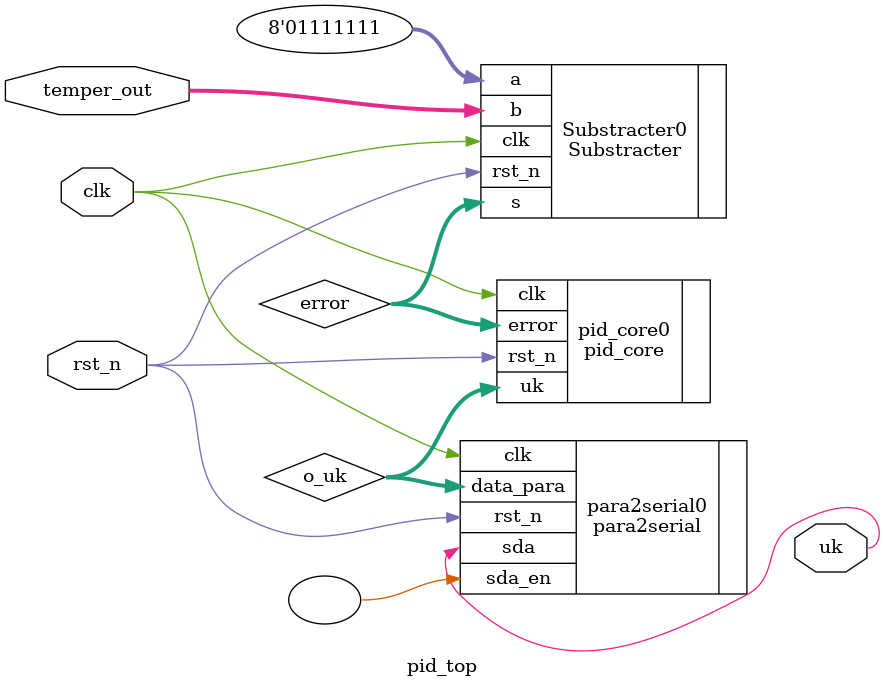
<source format=v>
`timescale 1ns / 1ps


module pid_top(   
    input clk,   //°åÔØÊ±ÖÓ100MHz£¨Ô­Ê¼³ÌÐòÀïÓÃ50MHz·ÂÕæµÄ£©
    input rst_n,   //¸´Î»
    input [7:0] temper_out,   //Íâ²¿ÎÂ¶È
    output uk   //µ÷ÕûÐÅºÅ
    );   

parameter [7:0]temper_set=8'b0111_1111;     //Éè¶¨ÎÂ¶È
wire [8:0]error;
wire [16:0]o_uk;

Substracter Substracter0(
.a(temper_set),
.b(temper_out),
.s(error),
.clk(clk),
.rst_n(rst_n)
);

pid_core pid_core0(
.clk(clk),
.rst_n(rst_n),
.error(error),
.uk(o_uk)
);

para2serial para2serial0(
.clk(clk),
.rst_n(rst_n),
.data_para(o_uk),
.sda(uk),
.sda_en()
);
endmodule  

</source>
